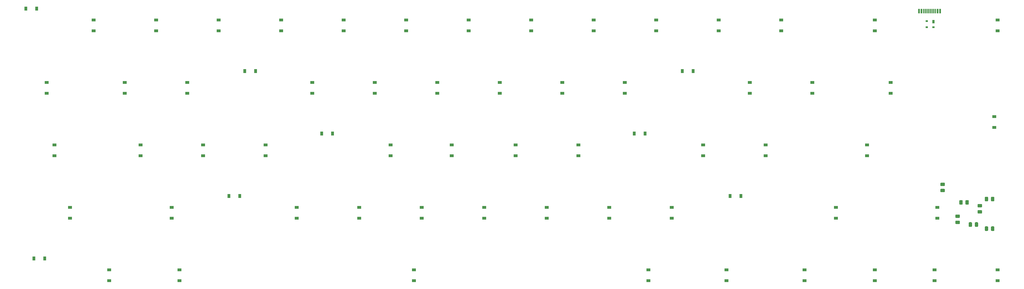
<source format=gbp>
G04 #@! TF.GenerationSoftware,KiCad,Pcbnew,(5.0.2)-1*
G04 #@! TF.CreationDate,2019-03-25T13:47:48+01:00*
G04 #@! TF.ProjectId,board_arm,626f6172-645f-4617-926d-2e6b69636164,rev?*
G04 #@! TF.SameCoordinates,Original*
G04 #@! TF.FileFunction,Paste,Bot*
G04 #@! TF.FilePolarity,Positive*
%FSLAX46Y46*%
G04 Gerber Fmt 4.6, Leading zero omitted, Abs format (unit mm)*
G04 Created by KiCad (PCBNEW (5.0.2)-1) date 25/03/2019 13:47:48*
%MOMM*%
%LPD*%
G01*
G04 APERTURE LIST*
%ADD10C,0.100000*%
%ADD11C,0.975000*%
%ADD12R,0.700000X0.600000*%
%ADD13R,0.700000X1.000000*%
%ADD14R,0.900000X1.200000*%
%ADD15R,1.200000X0.900000*%
%ADD16R,0.600000X1.450000*%
%ADD17R,0.300000X1.450000*%
G04 APERTURE END LIST*
D10*
G04 #@! TO.C,C2*
G36*
X347952142Y-132609674D02*
X347975803Y-132613184D01*
X347999007Y-132618996D01*
X348021529Y-132627054D01*
X348043153Y-132637282D01*
X348063670Y-132649579D01*
X348082883Y-132663829D01*
X348100607Y-132679893D01*
X348116671Y-132697617D01*
X348130921Y-132716830D01*
X348143218Y-132737347D01*
X348153446Y-132758971D01*
X348161504Y-132781493D01*
X348167316Y-132804697D01*
X348170826Y-132828358D01*
X348172000Y-132852250D01*
X348172000Y-133339750D01*
X348170826Y-133363642D01*
X348167316Y-133387303D01*
X348161504Y-133410507D01*
X348153446Y-133433029D01*
X348143218Y-133454653D01*
X348130921Y-133475170D01*
X348116671Y-133494383D01*
X348100607Y-133512107D01*
X348082883Y-133528171D01*
X348063670Y-133542421D01*
X348043153Y-133554718D01*
X348021529Y-133564946D01*
X347999007Y-133573004D01*
X347975803Y-133578816D01*
X347952142Y-133582326D01*
X347928250Y-133583500D01*
X347015750Y-133583500D01*
X346991858Y-133582326D01*
X346968197Y-133578816D01*
X346944993Y-133573004D01*
X346922471Y-133564946D01*
X346900847Y-133554718D01*
X346880330Y-133542421D01*
X346861117Y-133528171D01*
X346843393Y-133512107D01*
X346827329Y-133494383D01*
X346813079Y-133475170D01*
X346800782Y-133454653D01*
X346790554Y-133433029D01*
X346782496Y-133410507D01*
X346776684Y-133387303D01*
X346773174Y-133363642D01*
X346772000Y-133339750D01*
X346772000Y-132852250D01*
X346773174Y-132828358D01*
X346776684Y-132804697D01*
X346782496Y-132781493D01*
X346790554Y-132758971D01*
X346800782Y-132737347D01*
X346813079Y-132716830D01*
X346827329Y-132697617D01*
X346843393Y-132679893D01*
X346861117Y-132663829D01*
X346880330Y-132649579D01*
X346900847Y-132637282D01*
X346922471Y-132627054D01*
X346944993Y-132618996D01*
X346968197Y-132613184D01*
X346991858Y-132609674D01*
X347015750Y-132608500D01*
X347928250Y-132608500D01*
X347952142Y-132609674D01*
X347952142Y-132609674D01*
G37*
D11*
X347472000Y-133096000D03*
D10*
G36*
X347952142Y-130734674D02*
X347975803Y-130738184D01*
X347999007Y-130743996D01*
X348021529Y-130752054D01*
X348043153Y-130762282D01*
X348063670Y-130774579D01*
X348082883Y-130788829D01*
X348100607Y-130804893D01*
X348116671Y-130822617D01*
X348130921Y-130841830D01*
X348143218Y-130862347D01*
X348153446Y-130883971D01*
X348161504Y-130906493D01*
X348167316Y-130929697D01*
X348170826Y-130953358D01*
X348172000Y-130977250D01*
X348172000Y-131464750D01*
X348170826Y-131488642D01*
X348167316Y-131512303D01*
X348161504Y-131535507D01*
X348153446Y-131558029D01*
X348143218Y-131579653D01*
X348130921Y-131600170D01*
X348116671Y-131619383D01*
X348100607Y-131637107D01*
X348082883Y-131653171D01*
X348063670Y-131667421D01*
X348043153Y-131679718D01*
X348021529Y-131689946D01*
X347999007Y-131698004D01*
X347975803Y-131703816D01*
X347952142Y-131707326D01*
X347928250Y-131708500D01*
X347015750Y-131708500D01*
X346991858Y-131707326D01*
X346968197Y-131703816D01*
X346944993Y-131698004D01*
X346922471Y-131689946D01*
X346900847Y-131679718D01*
X346880330Y-131667421D01*
X346861117Y-131653171D01*
X346843393Y-131637107D01*
X346827329Y-131619383D01*
X346813079Y-131600170D01*
X346800782Y-131579653D01*
X346790554Y-131558029D01*
X346782496Y-131535507D01*
X346776684Y-131512303D01*
X346773174Y-131488642D01*
X346772000Y-131464750D01*
X346772000Y-130977250D01*
X346773174Y-130953358D01*
X346776684Y-130929697D01*
X346782496Y-130906493D01*
X346790554Y-130883971D01*
X346800782Y-130862347D01*
X346813079Y-130841830D01*
X346827329Y-130822617D01*
X346843393Y-130804893D01*
X346861117Y-130788829D01*
X346880330Y-130774579D01*
X346900847Y-130762282D01*
X346922471Y-130752054D01*
X346944993Y-130743996D01*
X346968197Y-130738184D01*
X346991858Y-130734674D01*
X347015750Y-130733500D01*
X347928250Y-130733500D01*
X347952142Y-130734674D01*
X347952142Y-130734674D01*
G37*
D11*
X347472000Y-131221000D03*
G04 #@! TD*
D12*
G04 #@! TO.C,U2*
X338088800Y-73584000D03*
X340088800Y-73584000D03*
X338088800Y-71684000D03*
D13*
X340088800Y-71884000D03*
G04 #@! TD*
D14*
G04 #@! TO.C,D1*
X66800000Y-67945000D03*
X63500000Y-67945000D03*
G04 #@! TD*
D15*
G04 #@! TO.C,D2*
X84137500Y-71375000D03*
X84137500Y-74675000D03*
G04 #@! TD*
G04 #@! TO.C,D3*
X103187500Y-74675000D03*
X103187500Y-71375000D03*
G04 #@! TD*
G04 #@! TO.C,D4*
X122237500Y-71375000D03*
X122237500Y-74675000D03*
G04 #@! TD*
G04 #@! TO.C,D5*
X141287500Y-74675000D03*
X141287500Y-71375000D03*
G04 #@! TD*
G04 #@! TO.C,D6*
X160337500Y-71375000D03*
X160337500Y-74675000D03*
G04 #@! TD*
G04 #@! TO.C,D7*
X179387500Y-74675000D03*
X179387500Y-71375000D03*
G04 #@! TD*
G04 #@! TO.C,D8*
X198437500Y-71375000D03*
X198437500Y-74675000D03*
G04 #@! TD*
G04 #@! TO.C,D9*
X217487500Y-74675000D03*
X217487500Y-71375000D03*
G04 #@! TD*
G04 #@! TO.C,D10*
X236537500Y-71375000D03*
X236537500Y-74675000D03*
G04 #@! TD*
G04 #@! TO.C,D11*
X255587500Y-71375000D03*
X255587500Y-74675000D03*
G04 #@! TD*
G04 #@! TO.C,D12*
X274637500Y-71375000D03*
X274637500Y-74675000D03*
G04 #@! TD*
G04 #@! TO.C,D13*
X293687500Y-74675000D03*
X293687500Y-71375000D03*
G04 #@! TD*
G04 #@! TO.C,D14*
X322262500Y-71375000D03*
X322262500Y-74675000D03*
G04 #@! TD*
G04 #@! TO.C,D15*
X359664000Y-74675000D03*
X359664000Y-71375000D03*
G04 #@! TD*
G04 #@! TO.C,D16*
X69850000Y-93725000D03*
X69850000Y-90425000D03*
G04 #@! TD*
G04 #@! TO.C,D17*
X93662500Y-90425000D03*
X93662500Y-93725000D03*
G04 #@! TD*
G04 #@! TO.C,D18*
X112712500Y-93725000D03*
X112712500Y-90425000D03*
G04 #@! TD*
D14*
G04 #@! TO.C,D19*
X130176000Y-86995000D03*
X133476000Y-86995000D03*
G04 #@! TD*
D15*
G04 #@! TO.C,D20*
X150812500Y-93725000D03*
X150812500Y-90425000D03*
G04 #@! TD*
G04 #@! TO.C,D21*
X169862500Y-90425000D03*
X169862500Y-93725000D03*
G04 #@! TD*
G04 #@! TO.C,D22*
X188912500Y-93725000D03*
X188912500Y-90425000D03*
G04 #@! TD*
G04 #@! TO.C,D23*
X207962500Y-90425000D03*
X207962500Y-93725000D03*
G04 #@! TD*
G04 #@! TO.C,D24*
X227012500Y-90425000D03*
X227012500Y-93725000D03*
G04 #@! TD*
G04 #@! TO.C,D25*
X246062500Y-93725000D03*
X246062500Y-90425000D03*
G04 #@! TD*
D14*
G04 #@! TO.C,D26*
X263526000Y-86995000D03*
X266826000Y-86995000D03*
G04 #@! TD*
D15*
G04 #@! TO.C,D27*
X284162500Y-93725000D03*
X284162500Y-90425000D03*
G04 #@! TD*
G04 #@! TO.C,D28*
X303212500Y-90425000D03*
X303212500Y-93725000D03*
G04 #@! TD*
G04 #@! TO.C,D29*
X327025000Y-93725000D03*
X327025000Y-90425000D03*
G04 #@! TD*
G04 #@! TO.C,D30*
X358648000Y-104140000D03*
X358648000Y-100840000D03*
G04 #@! TD*
G04 #@! TO.C,D31*
X72231250Y-109475000D03*
X72231250Y-112775000D03*
G04 #@! TD*
G04 #@! TO.C,D32*
X98425000Y-112775000D03*
X98425000Y-109475000D03*
G04 #@! TD*
G04 #@! TO.C,D33*
X117475000Y-112775000D03*
X117475000Y-109475000D03*
G04 #@! TD*
G04 #@! TO.C,D34*
X136525000Y-109475000D03*
X136525000Y-112775000D03*
G04 #@! TD*
D14*
G04 #@! TO.C,D35*
X153671000Y-106045000D03*
X156971000Y-106045000D03*
G04 #@! TD*
D15*
G04 #@! TO.C,D36*
X174625000Y-112775000D03*
X174625000Y-109475000D03*
G04 #@! TD*
G04 #@! TO.C,D37*
X193294000Y-109475000D03*
X193294000Y-112775000D03*
G04 #@! TD*
G04 #@! TO.C,D38*
X212725000Y-112775000D03*
X212725000Y-109475000D03*
G04 #@! TD*
G04 #@! TO.C,D39*
X231902000Y-109475000D03*
X231902000Y-112775000D03*
G04 #@! TD*
D14*
G04 #@! TO.C,D40*
X252221000Y-106045000D03*
X248921000Y-106045000D03*
G04 #@! TD*
D15*
G04 #@! TO.C,D41*
X269875000Y-109475000D03*
X269875000Y-112775000D03*
G04 #@! TD*
G04 #@! TO.C,D42*
X288925000Y-112775000D03*
X288925000Y-109475000D03*
G04 #@! TD*
G04 #@! TO.C,D43*
X319881250Y-109475000D03*
X319881250Y-112775000D03*
G04 #@! TD*
G04 #@! TO.C,D44*
X76993750Y-131825000D03*
X76993750Y-128525000D03*
G04 #@! TD*
G04 #@! TO.C,D45*
X107950000Y-131825000D03*
X107950000Y-128525000D03*
G04 #@! TD*
D14*
G04 #@! TO.C,D46*
X128650000Y-125095000D03*
X125350000Y-125095000D03*
G04 #@! TD*
D15*
G04 #@! TO.C,D47*
X146050000Y-131825000D03*
X146050000Y-128525000D03*
G04 #@! TD*
G04 #@! TO.C,D48*
X165100000Y-131825000D03*
X165100000Y-128525000D03*
G04 #@! TD*
G04 #@! TO.C,D49*
X184150000Y-128525000D03*
X184150000Y-131825000D03*
G04 #@! TD*
G04 #@! TO.C,D50*
X203200000Y-128525000D03*
X203200000Y-131825000D03*
G04 #@! TD*
G04 #@! TO.C,D51*
X222250000Y-131825000D03*
X222250000Y-128525000D03*
G04 #@! TD*
G04 #@! TO.C,D52*
X241300000Y-128525000D03*
X241300000Y-131825000D03*
G04 #@! TD*
G04 #@! TO.C,D53*
X260350000Y-131825000D03*
X260350000Y-128525000D03*
G04 #@! TD*
D14*
G04 #@! TO.C,D54*
X278131000Y-125095000D03*
X281431000Y-125095000D03*
G04 #@! TD*
D15*
G04 #@! TO.C,D55*
X310356250Y-131825000D03*
X310356250Y-128525000D03*
G04 #@! TD*
G04 #@! TO.C,D56*
X341312500Y-128525000D03*
X341312500Y-131825000D03*
G04 #@! TD*
D14*
G04 #@! TO.C,D57*
X65914000Y-144145000D03*
X69214000Y-144145000D03*
G04 #@! TD*
D15*
G04 #@! TO.C,D58*
X88900000Y-150875000D03*
X88900000Y-147575000D03*
G04 #@! TD*
G04 #@! TO.C,D59*
X110331250Y-147575000D03*
X110331250Y-150875000D03*
G04 #@! TD*
G04 #@! TO.C,D60*
X181768750Y-147575000D03*
X181768750Y-150875000D03*
G04 #@! TD*
G04 #@! TO.C,D61*
X253206250Y-150875000D03*
X253206250Y-147575000D03*
G04 #@! TD*
G04 #@! TO.C,D62*
X277018750Y-147575000D03*
X277018750Y-150875000D03*
G04 #@! TD*
G04 #@! TO.C,D63*
X300831250Y-150875000D03*
X300831250Y-147575000D03*
G04 #@! TD*
G04 #@! TO.C,D64*
X322262500Y-150875000D03*
X322262500Y-147575000D03*
G04 #@! TD*
G04 #@! TO.C,D65*
X340423500Y-147575000D03*
X340423500Y-150875000D03*
G04 #@! TD*
G04 #@! TO.C,D66*
X359664000Y-147575000D03*
X359664000Y-150875000D03*
G04 #@! TD*
D16*
G04 #@! TO.C,USB1*
X342150000Y-68701800D03*
X335700000Y-68701800D03*
X341375000Y-68701800D03*
X336475000Y-68701800D03*
D17*
X337175000Y-68701800D03*
X340675000Y-68701800D03*
X337675000Y-68701800D03*
X340175000Y-68701800D03*
X338175000Y-68701800D03*
X339675000Y-68701800D03*
X339175000Y-68701800D03*
X338675000Y-68701800D03*
G04 #@! TD*
D10*
G04 #@! TO.C,C3*
G36*
X354714624Y-127529674D02*
X354738285Y-127533184D01*
X354761489Y-127538996D01*
X354784011Y-127547054D01*
X354805635Y-127557282D01*
X354826152Y-127569579D01*
X354845365Y-127583829D01*
X354863089Y-127599893D01*
X354879153Y-127617617D01*
X354893403Y-127636830D01*
X354905700Y-127657347D01*
X354915928Y-127678971D01*
X354923986Y-127701493D01*
X354929798Y-127724697D01*
X354933308Y-127748358D01*
X354934482Y-127772250D01*
X354934482Y-128259750D01*
X354933308Y-128283642D01*
X354929798Y-128307303D01*
X354923986Y-128330507D01*
X354915928Y-128353029D01*
X354905700Y-128374653D01*
X354893403Y-128395170D01*
X354879153Y-128414383D01*
X354863089Y-128432107D01*
X354845365Y-128448171D01*
X354826152Y-128462421D01*
X354805635Y-128474718D01*
X354784011Y-128484946D01*
X354761489Y-128493004D01*
X354738285Y-128498816D01*
X354714624Y-128502326D01*
X354690732Y-128503500D01*
X353778232Y-128503500D01*
X353754340Y-128502326D01*
X353730679Y-128498816D01*
X353707475Y-128493004D01*
X353684953Y-128484946D01*
X353663329Y-128474718D01*
X353642812Y-128462421D01*
X353623599Y-128448171D01*
X353605875Y-128432107D01*
X353589811Y-128414383D01*
X353575561Y-128395170D01*
X353563264Y-128374653D01*
X353553036Y-128353029D01*
X353544978Y-128330507D01*
X353539166Y-128307303D01*
X353535656Y-128283642D01*
X353534482Y-128259750D01*
X353534482Y-127772250D01*
X353535656Y-127748358D01*
X353539166Y-127724697D01*
X353544978Y-127701493D01*
X353553036Y-127678971D01*
X353563264Y-127657347D01*
X353575561Y-127636830D01*
X353589811Y-127617617D01*
X353605875Y-127599893D01*
X353623599Y-127583829D01*
X353642812Y-127569579D01*
X353663329Y-127557282D01*
X353684953Y-127547054D01*
X353707475Y-127538996D01*
X353730679Y-127533184D01*
X353754340Y-127529674D01*
X353778232Y-127528500D01*
X354690732Y-127528500D01*
X354714624Y-127529674D01*
X354714624Y-127529674D01*
G37*
D11*
X354234482Y-128016000D03*
D10*
G36*
X354714624Y-129404674D02*
X354738285Y-129408184D01*
X354761489Y-129413996D01*
X354784011Y-129422054D01*
X354805635Y-129432282D01*
X354826152Y-129444579D01*
X354845365Y-129458829D01*
X354863089Y-129474893D01*
X354879153Y-129492617D01*
X354893403Y-129511830D01*
X354905700Y-129532347D01*
X354915928Y-129553971D01*
X354923986Y-129576493D01*
X354929798Y-129599697D01*
X354933308Y-129623358D01*
X354934482Y-129647250D01*
X354934482Y-130134750D01*
X354933308Y-130158642D01*
X354929798Y-130182303D01*
X354923986Y-130205507D01*
X354915928Y-130228029D01*
X354905700Y-130249653D01*
X354893403Y-130270170D01*
X354879153Y-130289383D01*
X354863089Y-130307107D01*
X354845365Y-130323171D01*
X354826152Y-130337421D01*
X354805635Y-130349718D01*
X354784011Y-130359946D01*
X354761489Y-130368004D01*
X354738285Y-130373816D01*
X354714624Y-130377326D01*
X354690732Y-130378500D01*
X353778232Y-130378500D01*
X353754340Y-130377326D01*
X353730679Y-130373816D01*
X353707475Y-130368004D01*
X353684953Y-130359946D01*
X353663329Y-130349718D01*
X353642812Y-130337421D01*
X353623599Y-130323171D01*
X353605875Y-130307107D01*
X353589811Y-130289383D01*
X353575561Y-130270170D01*
X353563264Y-130249653D01*
X353553036Y-130228029D01*
X353544978Y-130205507D01*
X353539166Y-130182303D01*
X353535656Y-130158642D01*
X353534482Y-130134750D01*
X353534482Y-129647250D01*
X353535656Y-129623358D01*
X353539166Y-129599697D01*
X353544978Y-129576493D01*
X353553036Y-129553971D01*
X353563264Y-129532347D01*
X353575561Y-129511830D01*
X353589811Y-129492617D01*
X353605875Y-129474893D01*
X353623599Y-129458829D01*
X353642812Y-129444579D01*
X353663329Y-129432282D01*
X353684953Y-129422054D01*
X353707475Y-129413996D01*
X353730679Y-129408184D01*
X353754340Y-129404674D01*
X353778232Y-129403500D01*
X354690732Y-129403500D01*
X354714624Y-129404674D01*
X354714624Y-129404674D01*
G37*
D11*
X354234482Y-129891000D03*
G04 #@! TD*
D10*
G04 #@! TO.C,C4*
G36*
X348755642Y-126301174D02*
X348779303Y-126304684D01*
X348802507Y-126310496D01*
X348825029Y-126318554D01*
X348846653Y-126328782D01*
X348867170Y-126341079D01*
X348886383Y-126355329D01*
X348904107Y-126371393D01*
X348920171Y-126389117D01*
X348934421Y-126408330D01*
X348946718Y-126428847D01*
X348956946Y-126450471D01*
X348965004Y-126472993D01*
X348970816Y-126496197D01*
X348974326Y-126519858D01*
X348975500Y-126543750D01*
X348975500Y-127456250D01*
X348974326Y-127480142D01*
X348970816Y-127503803D01*
X348965004Y-127527007D01*
X348956946Y-127549529D01*
X348946718Y-127571153D01*
X348934421Y-127591670D01*
X348920171Y-127610883D01*
X348904107Y-127628607D01*
X348886383Y-127644671D01*
X348867170Y-127658921D01*
X348846653Y-127671218D01*
X348825029Y-127681446D01*
X348802507Y-127689504D01*
X348779303Y-127695316D01*
X348755642Y-127698826D01*
X348731750Y-127700000D01*
X348244250Y-127700000D01*
X348220358Y-127698826D01*
X348196697Y-127695316D01*
X348173493Y-127689504D01*
X348150971Y-127681446D01*
X348129347Y-127671218D01*
X348108830Y-127658921D01*
X348089617Y-127644671D01*
X348071893Y-127628607D01*
X348055829Y-127610883D01*
X348041579Y-127591670D01*
X348029282Y-127571153D01*
X348019054Y-127549529D01*
X348010996Y-127527007D01*
X348005184Y-127503803D01*
X348001674Y-127480142D01*
X348000500Y-127456250D01*
X348000500Y-126543750D01*
X348001674Y-126519858D01*
X348005184Y-126496197D01*
X348010996Y-126472993D01*
X348019054Y-126450471D01*
X348029282Y-126428847D01*
X348041579Y-126408330D01*
X348055829Y-126389117D01*
X348071893Y-126371393D01*
X348089617Y-126355329D01*
X348108830Y-126341079D01*
X348129347Y-126328782D01*
X348150971Y-126318554D01*
X348173493Y-126310496D01*
X348196697Y-126304684D01*
X348220358Y-126301174D01*
X348244250Y-126300000D01*
X348731750Y-126300000D01*
X348755642Y-126301174D01*
X348755642Y-126301174D01*
G37*
D11*
X348488000Y-127000000D03*
D10*
G36*
X350630642Y-126301174D02*
X350654303Y-126304684D01*
X350677507Y-126310496D01*
X350700029Y-126318554D01*
X350721653Y-126328782D01*
X350742170Y-126341079D01*
X350761383Y-126355329D01*
X350779107Y-126371393D01*
X350795171Y-126389117D01*
X350809421Y-126408330D01*
X350821718Y-126428847D01*
X350831946Y-126450471D01*
X350840004Y-126472993D01*
X350845816Y-126496197D01*
X350849326Y-126519858D01*
X350850500Y-126543750D01*
X350850500Y-127456250D01*
X350849326Y-127480142D01*
X350845816Y-127503803D01*
X350840004Y-127527007D01*
X350831946Y-127549529D01*
X350821718Y-127571153D01*
X350809421Y-127591670D01*
X350795171Y-127610883D01*
X350779107Y-127628607D01*
X350761383Y-127644671D01*
X350742170Y-127658921D01*
X350721653Y-127671218D01*
X350700029Y-127681446D01*
X350677507Y-127689504D01*
X350654303Y-127695316D01*
X350630642Y-127698826D01*
X350606750Y-127700000D01*
X350119250Y-127700000D01*
X350095358Y-127698826D01*
X350071697Y-127695316D01*
X350048493Y-127689504D01*
X350025971Y-127681446D01*
X350004347Y-127671218D01*
X349983830Y-127658921D01*
X349964617Y-127644671D01*
X349946893Y-127628607D01*
X349930829Y-127610883D01*
X349916579Y-127591670D01*
X349904282Y-127571153D01*
X349894054Y-127549529D01*
X349885996Y-127527007D01*
X349880184Y-127503803D01*
X349876674Y-127480142D01*
X349875500Y-127456250D01*
X349875500Y-126543750D01*
X349876674Y-126519858D01*
X349880184Y-126496197D01*
X349885996Y-126472993D01*
X349894054Y-126450471D01*
X349904282Y-126428847D01*
X349916579Y-126408330D01*
X349930829Y-126389117D01*
X349946893Y-126371393D01*
X349964617Y-126355329D01*
X349983830Y-126341079D01*
X350004347Y-126328782D01*
X350025971Y-126318554D01*
X350048493Y-126310496D01*
X350071697Y-126304684D01*
X350095358Y-126301174D01*
X350119250Y-126300000D01*
X350606750Y-126300000D01*
X350630642Y-126301174D01*
X350630642Y-126301174D01*
G37*
D11*
X350363000Y-127000000D03*
G04 #@! TD*
D10*
G04 #@! TO.C,C6*
G36*
X353486124Y-133060658D02*
X353509785Y-133064168D01*
X353532989Y-133069980D01*
X353555511Y-133078038D01*
X353577135Y-133088266D01*
X353597652Y-133100563D01*
X353616865Y-133114813D01*
X353634589Y-133130877D01*
X353650653Y-133148601D01*
X353664903Y-133167814D01*
X353677200Y-133188331D01*
X353687428Y-133209955D01*
X353695486Y-133232477D01*
X353701298Y-133255681D01*
X353704808Y-133279342D01*
X353705982Y-133303234D01*
X353705982Y-134215734D01*
X353704808Y-134239626D01*
X353701298Y-134263287D01*
X353695486Y-134286491D01*
X353687428Y-134309013D01*
X353677200Y-134330637D01*
X353664903Y-134351154D01*
X353650653Y-134370367D01*
X353634589Y-134388091D01*
X353616865Y-134404155D01*
X353597652Y-134418405D01*
X353577135Y-134430702D01*
X353555511Y-134440930D01*
X353532989Y-134448988D01*
X353509785Y-134454800D01*
X353486124Y-134458310D01*
X353462232Y-134459484D01*
X352974732Y-134459484D01*
X352950840Y-134458310D01*
X352927179Y-134454800D01*
X352903975Y-134448988D01*
X352881453Y-134440930D01*
X352859829Y-134430702D01*
X352839312Y-134418405D01*
X352820099Y-134404155D01*
X352802375Y-134388091D01*
X352786311Y-134370367D01*
X352772061Y-134351154D01*
X352759764Y-134330637D01*
X352749536Y-134309013D01*
X352741478Y-134286491D01*
X352735666Y-134263287D01*
X352732156Y-134239626D01*
X352730982Y-134215734D01*
X352730982Y-133303234D01*
X352732156Y-133279342D01*
X352735666Y-133255681D01*
X352741478Y-133232477D01*
X352749536Y-133209955D01*
X352759764Y-133188331D01*
X352772061Y-133167814D01*
X352786311Y-133148601D01*
X352802375Y-133130877D01*
X352820099Y-133114813D01*
X352839312Y-133100563D01*
X352859829Y-133088266D01*
X352881453Y-133078038D01*
X352903975Y-133069980D01*
X352927179Y-133064168D01*
X352950840Y-133060658D01*
X352974732Y-133059484D01*
X353462232Y-133059484D01*
X353486124Y-133060658D01*
X353486124Y-133060658D01*
G37*
D11*
X353218482Y-133759484D03*
D10*
G36*
X351611124Y-133060658D02*
X351634785Y-133064168D01*
X351657989Y-133069980D01*
X351680511Y-133078038D01*
X351702135Y-133088266D01*
X351722652Y-133100563D01*
X351741865Y-133114813D01*
X351759589Y-133130877D01*
X351775653Y-133148601D01*
X351789903Y-133167814D01*
X351802200Y-133188331D01*
X351812428Y-133209955D01*
X351820486Y-133232477D01*
X351826298Y-133255681D01*
X351829808Y-133279342D01*
X351830982Y-133303234D01*
X351830982Y-134215734D01*
X351829808Y-134239626D01*
X351826298Y-134263287D01*
X351820486Y-134286491D01*
X351812428Y-134309013D01*
X351802200Y-134330637D01*
X351789903Y-134351154D01*
X351775653Y-134370367D01*
X351759589Y-134388091D01*
X351741865Y-134404155D01*
X351722652Y-134418405D01*
X351702135Y-134430702D01*
X351680511Y-134440930D01*
X351657989Y-134448988D01*
X351634785Y-134454800D01*
X351611124Y-134458310D01*
X351587232Y-134459484D01*
X351099732Y-134459484D01*
X351075840Y-134458310D01*
X351052179Y-134454800D01*
X351028975Y-134448988D01*
X351006453Y-134440930D01*
X350984829Y-134430702D01*
X350964312Y-134418405D01*
X350945099Y-134404155D01*
X350927375Y-134388091D01*
X350911311Y-134370367D01*
X350897061Y-134351154D01*
X350884764Y-134330637D01*
X350874536Y-134309013D01*
X350866478Y-134286491D01*
X350860666Y-134263287D01*
X350857156Y-134239626D01*
X350855982Y-134215734D01*
X350855982Y-133303234D01*
X350857156Y-133279342D01*
X350860666Y-133255681D01*
X350866478Y-133232477D01*
X350874536Y-133209955D01*
X350884764Y-133188331D01*
X350897061Y-133167814D01*
X350911311Y-133148601D01*
X350927375Y-133130877D01*
X350945099Y-133114813D01*
X350964312Y-133100563D01*
X350984829Y-133088266D01*
X351006453Y-133078038D01*
X351028975Y-133069980D01*
X351052179Y-133064168D01*
X351075840Y-133060658D01*
X351099732Y-133059484D01*
X351587232Y-133059484D01*
X351611124Y-133060658D01*
X351611124Y-133060658D01*
G37*
D11*
X351343482Y-133759484D03*
G04 #@! TD*
D10*
G04 #@! TO.C,R1*
G36*
X343380142Y-121020174D02*
X343403803Y-121023684D01*
X343427007Y-121029496D01*
X343449529Y-121037554D01*
X343471153Y-121047782D01*
X343491670Y-121060079D01*
X343510883Y-121074329D01*
X343528607Y-121090393D01*
X343544671Y-121108117D01*
X343558921Y-121127330D01*
X343571218Y-121147847D01*
X343581446Y-121169471D01*
X343589504Y-121191993D01*
X343595316Y-121215197D01*
X343598826Y-121238858D01*
X343600000Y-121262750D01*
X343600000Y-121750250D01*
X343598826Y-121774142D01*
X343595316Y-121797803D01*
X343589504Y-121821007D01*
X343581446Y-121843529D01*
X343571218Y-121865153D01*
X343558921Y-121885670D01*
X343544671Y-121904883D01*
X343528607Y-121922607D01*
X343510883Y-121938671D01*
X343491670Y-121952921D01*
X343471153Y-121965218D01*
X343449529Y-121975446D01*
X343427007Y-121983504D01*
X343403803Y-121989316D01*
X343380142Y-121992826D01*
X343356250Y-121994000D01*
X342443750Y-121994000D01*
X342419858Y-121992826D01*
X342396197Y-121989316D01*
X342372993Y-121983504D01*
X342350471Y-121975446D01*
X342328847Y-121965218D01*
X342308330Y-121952921D01*
X342289117Y-121938671D01*
X342271393Y-121922607D01*
X342255329Y-121904883D01*
X342241079Y-121885670D01*
X342228782Y-121865153D01*
X342218554Y-121843529D01*
X342210496Y-121821007D01*
X342204684Y-121797803D01*
X342201174Y-121774142D01*
X342200000Y-121750250D01*
X342200000Y-121262750D01*
X342201174Y-121238858D01*
X342204684Y-121215197D01*
X342210496Y-121191993D01*
X342218554Y-121169471D01*
X342228782Y-121147847D01*
X342241079Y-121127330D01*
X342255329Y-121108117D01*
X342271393Y-121090393D01*
X342289117Y-121074329D01*
X342308330Y-121060079D01*
X342328847Y-121047782D01*
X342350471Y-121037554D01*
X342372993Y-121029496D01*
X342396197Y-121023684D01*
X342419858Y-121020174D01*
X342443750Y-121019000D01*
X343356250Y-121019000D01*
X343380142Y-121020174D01*
X343380142Y-121020174D01*
G37*
D11*
X342900000Y-121506500D03*
D10*
G36*
X343380142Y-122895174D02*
X343403803Y-122898684D01*
X343427007Y-122904496D01*
X343449529Y-122912554D01*
X343471153Y-122922782D01*
X343491670Y-122935079D01*
X343510883Y-122949329D01*
X343528607Y-122965393D01*
X343544671Y-122983117D01*
X343558921Y-123002330D01*
X343571218Y-123022847D01*
X343581446Y-123044471D01*
X343589504Y-123066993D01*
X343595316Y-123090197D01*
X343598826Y-123113858D01*
X343600000Y-123137750D01*
X343600000Y-123625250D01*
X343598826Y-123649142D01*
X343595316Y-123672803D01*
X343589504Y-123696007D01*
X343581446Y-123718529D01*
X343571218Y-123740153D01*
X343558921Y-123760670D01*
X343544671Y-123779883D01*
X343528607Y-123797607D01*
X343510883Y-123813671D01*
X343491670Y-123827921D01*
X343471153Y-123840218D01*
X343449529Y-123850446D01*
X343427007Y-123858504D01*
X343403803Y-123864316D01*
X343380142Y-123867826D01*
X343356250Y-123869000D01*
X342443750Y-123869000D01*
X342419858Y-123867826D01*
X342396197Y-123864316D01*
X342372993Y-123858504D01*
X342350471Y-123850446D01*
X342328847Y-123840218D01*
X342308330Y-123827921D01*
X342289117Y-123813671D01*
X342271393Y-123797607D01*
X342255329Y-123779883D01*
X342241079Y-123760670D01*
X342228782Y-123740153D01*
X342218554Y-123718529D01*
X342210496Y-123696007D01*
X342204684Y-123672803D01*
X342201174Y-123649142D01*
X342200000Y-123625250D01*
X342200000Y-123137750D01*
X342201174Y-123113858D01*
X342204684Y-123090197D01*
X342210496Y-123066993D01*
X342218554Y-123044471D01*
X342228782Y-123022847D01*
X342241079Y-123002330D01*
X342255329Y-122983117D01*
X342271393Y-122965393D01*
X342289117Y-122949329D01*
X342308330Y-122935079D01*
X342328847Y-122922782D01*
X342350471Y-122912554D01*
X342372993Y-122904496D01*
X342396197Y-122898684D01*
X342419858Y-122895174D01*
X342443750Y-122894000D01*
X343356250Y-122894000D01*
X343380142Y-122895174D01*
X343380142Y-122895174D01*
G37*
D11*
X342900000Y-123381500D03*
G04 #@! TD*
D10*
G04 #@! TO.C,R3*
G36*
X358407642Y-125285174D02*
X358431303Y-125288684D01*
X358454507Y-125294496D01*
X358477029Y-125302554D01*
X358498653Y-125312782D01*
X358519170Y-125325079D01*
X358538383Y-125339329D01*
X358556107Y-125355393D01*
X358572171Y-125373117D01*
X358586421Y-125392330D01*
X358598718Y-125412847D01*
X358608946Y-125434471D01*
X358617004Y-125456993D01*
X358622816Y-125480197D01*
X358626326Y-125503858D01*
X358627500Y-125527750D01*
X358627500Y-126440250D01*
X358626326Y-126464142D01*
X358622816Y-126487803D01*
X358617004Y-126511007D01*
X358608946Y-126533529D01*
X358598718Y-126555153D01*
X358586421Y-126575670D01*
X358572171Y-126594883D01*
X358556107Y-126612607D01*
X358538383Y-126628671D01*
X358519170Y-126642921D01*
X358498653Y-126655218D01*
X358477029Y-126665446D01*
X358454507Y-126673504D01*
X358431303Y-126679316D01*
X358407642Y-126682826D01*
X358383750Y-126684000D01*
X357896250Y-126684000D01*
X357872358Y-126682826D01*
X357848697Y-126679316D01*
X357825493Y-126673504D01*
X357802971Y-126665446D01*
X357781347Y-126655218D01*
X357760830Y-126642921D01*
X357741617Y-126628671D01*
X357723893Y-126612607D01*
X357707829Y-126594883D01*
X357693579Y-126575670D01*
X357681282Y-126555153D01*
X357671054Y-126533529D01*
X357662996Y-126511007D01*
X357657184Y-126487803D01*
X357653674Y-126464142D01*
X357652500Y-126440250D01*
X357652500Y-125527750D01*
X357653674Y-125503858D01*
X357657184Y-125480197D01*
X357662996Y-125456993D01*
X357671054Y-125434471D01*
X357681282Y-125412847D01*
X357693579Y-125392330D01*
X357707829Y-125373117D01*
X357723893Y-125355393D01*
X357741617Y-125339329D01*
X357760830Y-125325079D01*
X357781347Y-125312782D01*
X357802971Y-125302554D01*
X357825493Y-125294496D01*
X357848697Y-125288684D01*
X357872358Y-125285174D01*
X357896250Y-125284000D01*
X358383750Y-125284000D01*
X358407642Y-125285174D01*
X358407642Y-125285174D01*
G37*
D11*
X358140000Y-125984000D03*
D10*
G36*
X356532642Y-125285174D02*
X356556303Y-125288684D01*
X356579507Y-125294496D01*
X356602029Y-125302554D01*
X356623653Y-125312782D01*
X356644170Y-125325079D01*
X356663383Y-125339329D01*
X356681107Y-125355393D01*
X356697171Y-125373117D01*
X356711421Y-125392330D01*
X356723718Y-125412847D01*
X356733946Y-125434471D01*
X356742004Y-125456993D01*
X356747816Y-125480197D01*
X356751326Y-125503858D01*
X356752500Y-125527750D01*
X356752500Y-126440250D01*
X356751326Y-126464142D01*
X356747816Y-126487803D01*
X356742004Y-126511007D01*
X356733946Y-126533529D01*
X356723718Y-126555153D01*
X356711421Y-126575670D01*
X356697171Y-126594883D01*
X356681107Y-126612607D01*
X356663383Y-126628671D01*
X356644170Y-126642921D01*
X356623653Y-126655218D01*
X356602029Y-126665446D01*
X356579507Y-126673504D01*
X356556303Y-126679316D01*
X356532642Y-126682826D01*
X356508750Y-126684000D01*
X356021250Y-126684000D01*
X355997358Y-126682826D01*
X355973697Y-126679316D01*
X355950493Y-126673504D01*
X355927971Y-126665446D01*
X355906347Y-126655218D01*
X355885830Y-126642921D01*
X355866617Y-126628671D01*
X355848893Y-126612607D01*
X355832829Y-126594883D01*
X355818579Y-126575670D01*
X355806282Y-126555153D01*
X355796054Y-126533529D01*
X355787996Y-126511007D01*
X355782184Y-126487803D01*
X355778674Y-126464142D01*
X355777500Y-126440250D01*
X355777500Y-125527750D01*
X355778674Y-125503858D01*
X355782184Y-125480197D01*
X355787996Y-125456993D01*
X355796054Y-125434471D01*
X355806282Y-125412847D01*
X355818579Y-125392330D01*
X355832829Y-125373117D01*
X355848893Y-125355393D01*
X355866617Y-125339329D01*
X355885830Y-125325079D01*
X355906347Y-125312782D01*
X355927971Y-125302554D01*
X355950493Y-125294496D01*
X355973697Y-125288684D01*
X355997358Y-125285174D01*
X356021250Y-125284000D01*
X356508750Y-125284000D01*
X356532642Y-125285174D01*
X356532642Y-125285174D01*
G37*
D11*
X356265000Y-125984000D03*
G04 #@! TD*
D10*
G04 #@! TO.C,C1*
G36*
X356532642Y-134325174D02*
X356556303Y-134328684D01*
X356579507Y-134334496D01*
X356602029Y-134342554D01*
X356623653Y-134352782D01*
X356644170Y-134365079D01*
X356663383Y-134379329D01*
X356681107Y-134395393D01*
X356697171Y-134413117D01*
X356711421Y-134432330D01*
X356723718Y-134452847D01*
X356733946Y-134474471D01*
X356742004Y-134496993D01*
X356747816Y-134520197D01*
X356751326Y-134543858D01*
X356752500Y-134567750D01*
X356752500Y-135480250D01*
X356751326Y-135504142D01*
X356747816Y-135527803D01*
X356742004Y-135551007D01*
X356733946Y-135573529D01*
X356723718Y-135595153D01*
X356711421Y-135615670D01*
X356697171Y-135634883D01*
X356681107Y-135652607D01*
X356663383Y-135668671D01*
X356644170Y-135682921D01*
X356623653Y-135695218D01*
X356602029Y-135705446D01*
X356579507Y-135713504D01*
X356556303Y-135719316D01*
X356532642Y-135722826D01*
X356508750Y-135724000D01*
X356021250Y-135724000D01*
X355997358Y-135722826D01*
X355973697Y-135719316D01*
X355950493Y-135713504D01*
X355927971Y-135705446D01*
X355906347Y-135695218D01*
X355885830Y-135682921D01*
X355866617Y-135668671D01*
X355848893Y-135652607D01*
X355832829Y-135634883D01*
X355818579Y-135615670D01*
X355806282Y-135595153D01*
X355796054Y-135573529D01*
X355787996Y-135551007D01*
X355782184Y-135527803D01*
X355778674Y-135504142D01*
X355777500Y-135480250D01*
X355777500Y-134567750D01*
X355778674Y-134543858D01*
X355782184Y-134520197D01*
X355787996Y-134496993D01*
X355796054Y-134474471D01*
X355806282Y-134452847D01*
X355818579Y-134432330D01*
X355832829Y-134413117D01*
X355848893Y-134395393D01*
X355866617Y-134379329D01*
X355885830Y-134365079D01*
X355906347Y-134352782D01*
X355927971Y-134342554D01*
X355950493Y-134334496D01*
X355973697Y-134328684D01*
X355997358Y-134325174D01*
X356021250Y-134324000D01*
X356508750Y-134324000D01*
X356532642Y-134325174D01*
X356532642Y-134325174D01*
G37*
D11*
X356265000Y-135024000D03*
D10*
G36*
X358407642Y-134325174D02*
X358431303Y-134328684D01*
X358454507Y-134334496D01*
X358477029Y-134342554D01*
X358498653Y-134352782D01*
X358519170Y-134365079D01*
X358538383Y-134379329D01*
X358556107Y-134395393D01*
X358572171Y-134413117D01*
X358586421Y-134432330D01*
X358598718Y-134452847D01*
X358608946Y-134474471D01*
X358617004Y-134496993D01*
X358622816Y-134520197D01*
X358626326Y-134543858D01*
X358627500Y-134567750D01*
X358627500Y-135480250D01*
X358626326Y-135504142D01*
X358622816Y-135527803D01*
X358617004Y-135551007D01*
X358608946Y-135573529D01*
X358598718Y-135595153D01*
X358586421Y-135615670D01*
X358572171Y-135634883D01*
X358556107Y-135652607D01*
X358538383Y-135668671D01*
X358519170Y-135682921D01*
X358498653Y-135695218D01*
X358477029Y-135705446D01*
X358454507Y-135713504D01*
X358431303Y-135719316D01*
X358407642Y-135722826D01*
X358383750Y-135724000D01*
X357896250Y-135724000D01*
X357872358Y-135722826D01*
X357848697Y-135719316D01*
X357825493Y-135713504D01*
X357802971Y-135705446D01*
X357781347Y-135695218D01*
X357760830Y-135682921D01*
X357741617Y-135668671D01*
X357723893Y-135652607D01*
X357707829Y-135634883D01*
X357693579Y-135615670D01*
X357681282Y-135595153D01*
X357671054Y-135573529D01*
X357662996Y-135551007D01*
X357657184Y-135527803D01*
X357653674Y-135504142D01*
X357652500Y-135480250D01*
X357652500Y-134567750D01*
X357653674Y-134543858D01*
X357657184Y-134520197D01*
X357662996Y-134496993D01*
X357671054Y-134474471D01*
X357681282Y-134452847D01*
X357693579Y-134432330D01*
X357707829Y-134413117D01*
X357723893Y-134395393D01*
X357741617Y-134379329D01*
X357760830Y-134365079D01*
X357781347Y-134352782D01*
X357802971Y-134342554D01*
X357825493Y-134334496D01*
X357848697Y-134328684D01*
X357872358Y-134325174D01*
X357896250Y-134324000D01*
X358383750Y-134324000D01*
X358407642Y-134325174D01*
X358407642Y-134325174D01*
G37*
D11*
X358140000Y-135024000D03*
G04 #@! TD*
M02*

</source>
